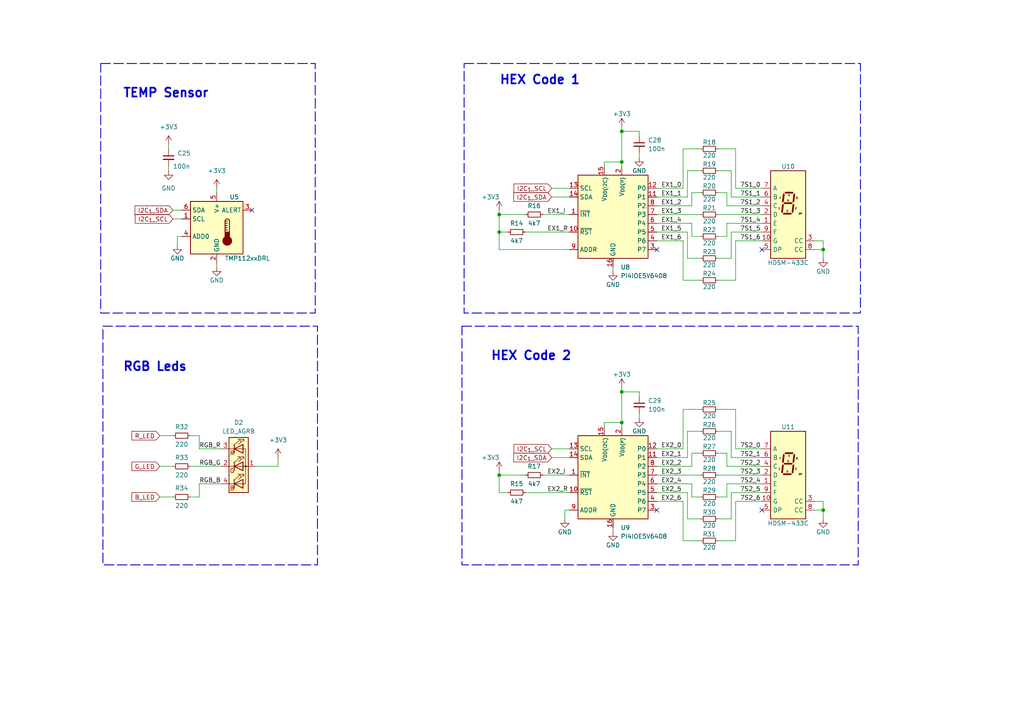
<source format=kicad_sch>
(kicad_sch (version 20231120) (generator "eeschema") (generator_version "8.0")
  (paper "A4")
  (title_block (title "Sensors - Daughter Board") (date "2023-12-08") (rev "1") (company "NYU FSAE"))
  (lib_symbols
    (symbol "Device:C_Small" (pin_numbers hide) (pin_names (offset 0.254) hide)
      (property "Reference" "C" (at 0.254 1.778 0))
      (property "Value" "C_Small" (at 0.254 -2.032 0))
      (symbol "C_Small_0_1"
        (polyline (pts (xy -1.524 -0.508) (xy 1.524 -0.508)) (stroke (width 0.3302)))
        (polyline (pts (xy -1.524 0.508) (xy 1.524 0.508)) (stroke (width 0.3048)))
      )
      (symbol "C_Small_1_1"
        (pin passive line (at 0 2.54 270) (length 2.032) (name "~") (number "1"))
        (pin passive line (at 0 -2.54 90) (length 2.032) (name "~") (number "2"))
      )
    )
    (symbol "Device:LED_AGRB" (pin_names (offset 0) hide)
      (property "Reference" "D" (at 0 9.398 0))
      (property "Value" "LED_AGRB" (at 0 -8.89 0))
      (symbol "LED_AGRB_0_0"
        (text "B" (at -1.905 -6.35 0) (effects (font (size 1.27 1.27))))
        (text "G" (at -1.905 -1.27 0) (effects (font (size 1.27 1.27))))
        (text "R" (at -1.905 3.81 0) (effects (font (size 1.27 1.27))))
      )
      (symbol "LED_AGRB_0_1"
        (polyline (pts (xy -1.27 -5.08) (xy -2.54 -5.08)))
        (polyline (pts (xy -1.27 -5.08) (xy 1.27 -5.08)))
        (polyline (pts (xy -1.27 -3.81) (xy -1.27 -6.35)) (stroke (width 0.254)))
        (polyline (pts (xy -1.27 0) (xy -2.54 0)))
        (polyline (pts (xy -1.27 1.27) (xy -1.27 -1.27)) (stroke (width 0.254)))
        (polyline (pts (xy -1.27 5.08) (xy -2.54 5.08)))
        (polyline (pts (xy -1.27 5.08) (xy 1.27 5.08)))
        (polyline (pts (xy -1.27 6.35) (xy -1.27 3.81)) (stroke (width 0.254)))
        (polyline (pts (xy 1.27 0) (xy -1.27 0)))
        (polyline (pts (xy 1.27 0) (xy 2.54 0)))
        (polyline (pts (xy -1.27 1.27) (xy -1.27 -1.27) (xy -1.27 -1.27)))
        (polyline (pts (xy -1.27 6.35) (xy -1.27 3.81) (xy -1.27 3.81)))
        (polyline (pts (xy 1.27 -5.08) (xy 2.032 -5.08) (xy 2.032 5.08) (xy 1.27 5.08)))
        (polyline (pts (xy 1.27 -3.81) (xy 1.27 -6.35) (xy -1.27 -5.08) (xy 1.27 -3.81)) (stroke (width 0.254)))
        (polyline (pts (xy 1.27 1.27) (xy 1.27 -1.27) (xy -1.27 0) (xy 1.27 1.27)) (stroke (width 0.254)))
        (polyline (pts (xy 1.27 6.35) (xy 1.27 3.81) (xy -1.27 5.08) (xy 1.27 6.35)) (stroke (width 0.254)))
        (polyline (pts (xy -1.016 -3.81) (xy 0.508 -2.286) (xy -0.254 -2.286) (xy 0.508 -2.286) (xy 0.508 -3.048)))
        (polyline (pts (xy -1.016 1.27) (xy 0.508 2.794) (xy -0.254 2.794) (xy 0.508 2.794) (xy 0.508 2.032)))
        (polyline (pts (xy -1.016 6.35) (xy 0.508 7.874) (xy -0.254 7.874) (xy 0.508 7.874) (xy 0.508 7.112)))
        (polyline (pts (xy 0 -3.81) (xy 1.524 -2.286) (xy 0.762 -2.286) (xy 1.524 -2.286) (xy 1.524 -3.048)))
        (polyline (pts (xy 0 1.27) (xy 1.524 2.794) (xy 0.762 2.794) (xy 1.524 2.794) (xy 1.524 2.032)))
        (polyline (pts (xy 0 6.35) (xy 1.524 7.874) (xy 0.762 7.874) (xy 1.524 7.874) (xy 1.524 7.112)))
        (rectangle (start 1.27 -1.27) (end 1.27 1.27))
        (rectangle (start 1.27 1.27) (end 1.27 1.27))
        (rectangle (start 1.27 3.81) (end 1.27 6.35))
        (rectangle (start 1.27 6.35) (end 1.27 6.35))
        (circle (center 2.032 0) (radius 0.254) (fill (type outline)))
        (rectangle (start 2.794 8.382) (end -2.794 -7.62) (stroke (width 0.254)) (fill (type background)))
      )
      (symbol "LED_AGRB_1_1"
        (pin passive line (at 5.08 0 180) (length 2.54) (name "A") (number "1"))
        (pin passive line (at -5.08 0 0) (length 2.54) (name "GK") (number "2"))
        (pin passive line (at -5.08 5.08 0) (length 2.54) (name "RK") (number "3"))
        (pin passive line (at -5.08 -5.08 0) (length 2.54) (name "BK") (number "4"))
      )
    )
    (symbol "Device:R_Small" (pin_numbers hide) (pin_names (offset 0.254) hide)
      (property "Reference" "R" (at 0.762 0.508 0))
      (property "Value" "R_Small" (at 0.762 -1.016 0))
      (symbol "R_Small_0_1"
        (rectangle (start -0.762 1.778) (end 0.762 -1.778) (stroke (width 0.2032)))
      )
      (symbol "R_Small_1_1"
        (pin passive line (at 0 2.54 270) (length 0.762) (name "~") (number "1"))
        (pin passive line (at 0 -2.54 90) (length 0.762) (name "~") (number "2"))
      )
    )
    (symbol "Display_Character:KCSC02-107" (pin_names (offset 0.635))
      (property "Reference" "U" (at -2.54 13.97 0))
      (property "Value" "KCSC02-107" (at 1.27 13.97 0))
      (symbol "KCSC02-107_0_0"
        (text "A" (at 0.254 5.588 0) (effects (font (size 0.508 0.508))))
        (text "B" (at 2.54 4.826 0) (effects (font (size 0.508 0.508))))
        (text "C" (at 2.286 1.778 0) (effects (font (size 0.508 0.508))))
        (text "D" (at -0.254 1.016 0) (effects (font (size 0.508 0.508))))
        (text "DP" (at 3.556 0.254 0) (effects (font (size 0.508 0.508))))
        (text "E" (at -2.54 1.778 0) (effects (font (size 0.508 0.508))))
        (text "F" (at -2.286 4.826 0) (effects (font (size 0.508 0.508))))
        (text "G" (at 0 4.064 0) (effects (font (size 0.508 0.508))))
      )
      (symbol "KCSC02-107_0_1"
        (rectangle (start -5.08 12.7) (end 5.08 -12.7) (stroke (width 0.254)) (fill (type background)))
        (polyline (pts (xy -1.524 2.794) (xy -1.778 0.762)) (stroke (width 0.508)))
        (polyline (pts (xy -1.27 0.254) (xy 0.762 0.254)) (stroke (width 0.508)))
        (polyline (pts (xy -1.27 5.842) (xy -1.524 3.81)) (stroke (width 0.508)))
        (polyline (pts (xy -1.016 3.302) (xy 1.016 3.302)) (stroke (width 0.508)))
        (polyline (pts (xy -0.762 6.35) (xy 1.27 6.35)) (stroke (width 0.508)))
        (polyline (pts (xy 1.524 2.794) (xy 1.27 0.762)) (stroke (width 0.508)))
        (polyline (pts (xy 1.778 5.842) (xy 1.524 3.81)) (stroke (width 0.508)))
        (polyline (pts (xy 2.54 0.254) (xy 2.54 0.254)) (stroke (width 0.508)))
      )
      (symbol "KCSC02-107_1_1"
        (pin input line (at -7.62 -2.54 0) (length 2.54) (name "E") (number "1"))
        (pin input line (at -7.62 -7.62 0) (length 2.54) (name "G") (number "10"))
        (pin input line (at -7.62 0 0) (length 2.54) (name "D") (number "2"))
        (pin input line (at 7.62 -7.62 180) (length 2.54) (name "CC") (number "3"))
        (pin input line (at -7.62 2.54 0) (length 2.54) (name "C") (number "4"))
        (pin input line (at -7.62 -10.16 0) (length 2.54) (name "DP") (number "5"))
        (pin input line (at -7.62 5.08 0) (length 2.54) (name "B") (number "6"))
        (pin input line (at -7.62 7.62 0) (length 2.54) (name "A") (number "7"))
        (pin input line (at 7.62 -10.16 180) (length 2.54) (name "CC") (number "8"))
        (pin input line (at -7.62 -5.08 0) (length 2.54) (name "F") (number "9"))
      )
    )
    (symbol "Sensor_Temperature:TMP112xxDRL"
      (property "Reference" "U" (at -2.54 10.795 0))
      (property "Value" "TMP112xxDRL" (at -2.54 8.89 0))
      (symbol "TMP112xxDRL_0_1"
        (rectangle (start -7.62 7.62) (end 7.62 -7.62) (stroke (width 0.254)) (fill (type background)))
      )
      (symbol "TMP112xxDRL_1_1"
        (polyline (pts (xy 2.413 -0.635) (xy 3.048 -0.635)) (stroke (width 0.254)))
        (polyline (pts (xy 2.413 0) (xy 3.048 0)) (stroke (width 0.254)))
        (polyline (pts (xy 2.413 0.635) (xy 3.048 0.635)) (stroke (width 0.254)))
        (polyline (pts (xy 2.413 1.27) (xy 3.048 1.27)) (stroke (width 0.254)))
        (polyline (pts (xy 2.413 1.905) (xy 2.413 -1.27)) (stroke (width 0.254)))
        (polyline (pts (xy 2.413 1.905) (xy 3.048 1.905)) (stroke (width 0.254)))
        (polyline (pts (xy 3.683 1.905) (xy 3.683 -1.27)) (stroke (width 0.254)))
        (circle (center 3.048 -3.81) (radius 1.27) (stroke (width 0.254)) (fill (type outline)))
        (rectangle (start 3.683 -3.175) (end 2.413 -1.27) (stroke (width 0.254)) (fill (type outline)))
        (arc (start 3.683 1.905) (mid 3.048 2.5373) (end 2.413 1.905) (stroke (width 0.254)))
        (pin input line (at -10.16 2.54 0) (length 2.54) (name "SCL") (number "1"))
        (pin power_in line (at 0 -10.16 90) (length 2.54) (name "GND") (number "2"))
        (pin open_collector line (at 10.16 5.08 180) (length 2.54) (name "ALERT") (number "3"))
        (pin input line (at -10.16 -2.54 0) (length 2.54) (name "ADD0") (number "4"))
        (pin power_in line (at 0 10.16 270) (length 2.54) (name "V+") (number "5"))
        (pin bidirectional line (at -10.16 5.08 0) (length 2.54) (name "SDA") (number "6"))
      )
    )
    (symbol "additional_lib:PI4IOE5V6408"
      (property "Reference" "U" (at 7.62 12.7 0))
      (property "Value" "PI4IOE5V6408" (at 7.62 -12.7 0))
      (symbol "PI4IOE5V6408_1_1"
        (rectangle (start -10.16 12.7) (end 10.16 -11.43) (stroke (width 0.254)) (fill (type background)))
        (pin input line (at -12.7 1.27 0) (length 2.54) (name "~{INT}") (number "1"))
        (pin input line (at -12.7 -3.81 0) (length 2.54) (name "~{RST}") (number "10"))
        (pin input line (at 12.7 6.35 180) (length 2.54) (name "P1") (number "11"))
        (pin input line (at 12.7 8.89 180) (length 2.54) (name "P0") (number "12"))
        (pin input line (at -12.7 8.89 0) (length 2.54) (name "SCL") (number "13"))
        (pin input line (at -12.7 6.35 0) (length 2.54) (name "SDA") (number "14"))
        (pin input line (at -2.54 15.24 270) (length 2.54) (name "V_{DD(I2C)}") (number "15"))
        (pin input line (at 0 -13.97 90) (length 2.54) (name "GND") (number "16"))
        (pin input line (at 2.54 15.24 270) (length 2.54) (name "V_{DD(P)}") (number "2"))
        (pin input line (at 12.7 -8.89 180) (length 2.54) (name "P7") (number "3"))
        (pin input line (at 12.7 -6.35 180) (length 2.54) (name "P6") (number "4"))
        (pin input line (at 12.7 -3.81 180) (length 2.54) (name "P5") (number "5"))
        (pin input line (at 12.7 -1.27 180) (length 2.54) (name "P4") (number "6"))
        (pin input line (at 12.7 1.27 180) (length 2.54) (name "P3") (number "7"))
        (pin input line (at 12.7 3.81 180) (length 2.54) (name "P2") (number "8"))
        (pin input line (at -12.7 -8.89 0) (length 2.54) (name "ADDR") (number "9"))
      )
    )
    (symbol "power:+3V3" (power) (pin_names (offset 0))
      (property "Value" "+3V3" (at 0 3.556 0))
      (symbol "+3V3_0_1"
        (polyline (pts (xy -0.762 1.27) (xy 0 2.54)))
        (polyline (pts (xy 0 0) (xy 0 2.54)))
        (polyline (pts (xy 0 2.54) (xy 0.762 1.27)))
      )
      (symbol "+3V3_1_1"
        (pin power_in line (at 0 0 90) (length 0) hide (name "+3V3") (number "1"))
      )
    )
    (symbol "power:GND" (power) (pin_names (offset 0))
      (property "Value" "GND" (at 0 -3.81 0))
      (symbol "GND_0_1"
        (polyline (pts (xy 0 0) (xy 0 -1.27) (xy 1.27 -1.27) (xy 0 -2.54) (xy -1.27 -1.27) (xy 0 -1.27)))
      )
      (symbol "GND_1_1"
        (pin power_in line (at 0 0 270) (length 0) hide (name "GND") (number "1"))
      )
    )
  )
  (junction (at 180.34 38.1))
  (junction (at 144.78 62.23))
  (junction (at 144.78 67.31))
  (junction (at 180.34 113.665))
  (junction (at 180.34 122.555))
  (junction (at 238.76 147.955))
  (junction (at 144.78 137.795))
  (junction (at 180.34 46.99))
  (junction (at 238.76 72.39))
  (no_connect (at 220.98 72.39))
  (no_connect (at 220.98 147.955))
  (no_connect (at 73.025 60.96))
  (no_connect (at 190.5 72.39))
  (no_connect (at 190.5 147.955))
  (wire (pts (xy 236.22 72.39) (xy 238.76 72.39)))
  (wire (pts (xy 199.39 142.875) (xy 199.39 150.495)))
  (wire (pts (xy 80.645 135.255) (xy 80.645 132.715)))
  (wire (pts (xy 50.165 63.5) (xy 52.705 63.5)))
  (wire (pts (xy 160.02 57.15) (xy 165.1 57.15)))
  (wire (pts (xy 208.28 131.445) (xy 210.82 131.445)))
  (wire (pts (xy 190.5 64.77) (xy 200.66 64.77)))
  (wire (pts (xy 180.34 36.83) (xy 180.34 38.1)))
  (wire (pts (xy 210.82 140.335) (xy 220.98 140.335)))
  (wire (pts (xy 208.28 125.095) (xy 212.09 125.095)))
  (wire (pts (xy 190.5 57.15) (xy 199.39 57.15)))
  (wire (pts (xy 190.5 67.31) (xy 199.39 67.31)))
  (wire (pts (xy 180.34 113.665) (xy 180.34 122.555)))
  (wire (pts (xy 180.34 112.395) (xy 180.34 113.665)))
  (wire (pts (xy 46.355 135.255) (xy 50.165 135.255)))
  (wire (pts (xy 190.5 69.85) (xy 198.12 69.85)))
  (wire (pts (xy 208.28 55.88) (xy 210.82 55.88)))
  (wire (pts (xy 208.28 118.745) (xy 213.36 118.745)))
  (wire (pts (xy 238.76 69.85) (xy 238.76 72.39)))
  (wire (pts (xy 200.66 135.255) (xy 200.66 131.445)))
  (wire (pts (xy 177.8 77.47) (xy 177.8 78.74)))
  (wire (pts (xy 157.48 137.795) (xy 165.1 137.795)))
  (wire (pts (xy 185.42 44.45) (xy 185.42 45.72)))
  (wire (pts (xy 212.09 125.095) (xy 212.09 132.715)))
  (wire (pts (xy 198.12 43.18) (xy 203.2 43.18)))
  (wire (pts (xy 185.42 38.1) (xy 185.42 39.37)))
  (wire (pts (xy 208.28 144.145) (xy 210.82 144.145)))
  (wire (pts (xy 210.82 55.88) (xy 210.82 59.69)))
  (wire (pts (xy 208.28 49.53) (xy 212.09 49.53)))
  (wire (pts (xy 175.26 46.99) (xy 175.26 48.26)))
  (wire (pts (xy 144.78 60.96) (xy 144.78 62.23)))
  (wire (pts (xy 208.28 137.795) (xy 220.98 137.795)))
  (wire (pts (xy 190.5 142.875) (xy 199.39 142.875)))
  (wire (pts (xy 152.4 67.31) (xy 165.1 67.31)))
  (wire (pts (xy 210.82 144.145) (xy 210.82 140.335)))
  (wire (pts (xy 212.09 74.93) (xy 208.28 74.93)))
  (wire (pts (xy 238.76 72.39) (xy 238.76 74.93)))
  (wire (pts (xy 144.78 142.875) (xy 144.78 137.795)))
  (wire (pts (xy 152.4 142.875) (xy 165.1 142.875)))
  (wire (pts (xy 199.39 132.715) (xy 199.39 125.095)))
  (wire (pts (xy 200.66 140.335) (xy 200.66 144.145)))
  (wire (pts (xy 57.785 140.335) (xy 64.135 140.335)))
  (wire (pts (xy 160.02 54.61) (xy 165.1 54.61)))
  (wire (pts (xy 220.98 69.85) (xy 213.36 69.85)))
  (wire (pts (xy 213.36 156.845) (xy 208.28 156.845)))
  (wire (pts (xy 160.02 130.175) (xy 165.1 130.175)))
  (wire (pts (xy 198.12 54.61) (xy 198.12 43.18)))
  (wire (pts (xy 200.66 131.445) (xy 203.2 131.445)))
  (wire (pts (xy 213.36 130.175) (xy 220.98 130.175)))
  (wire (pts (xy 213.36 118.745) (xy 213.36 130.175)))
  (wire (pts (xy 180.34 122.555) (xy 180.34 123.825)))
  (wire (pts (xy 210.82 59.69) (xy 220.98 59.69)))
  (wire (pts (xy 200.66 64.77) (xy 200.66 68.58)))
  (wire (pts (xy 190.5 132.715) (xy 199.39 132.715)))
  (wire (pts (xy 51.435 71.12) (xy 51.435 68.58)))
  (wire (pts (xy 199.39 74.93) (xy 203.2 74.93)))
  (wire (pts (xy 213.36 69.85) (xy 213.36 81.28)))
  (wire (pts (xy 236.22 147.955) (xy 238.76 147.955)))
  (wire (pts (xy 199.39 150.495) (xy 203.2 150.495)))
  (wire (pts (xy 57.785 130.175) (xy 57.785 126.365)))
  (wire (pts (xy 175.26 122.555) (xy 180.34 122.555)))
  (wire (pts (xy 147.32 67.31) (xy 144.78 67.31)))
  (wire (pts (xy 210.82 64.77) (xy 220.98 64.77)))
  (wire (pts (xy 177.8 153.035) (xy 177.8 154.305)))
  (wire (pts (xy 48.895 41.91) (xy 48.895 43.18)))
  (wire (pts (xy 190.5 140.335) (xy 200.66 140.335)))
  (wire (pts (xy 55.245 144.145) (xy 57.785 144.145)))
  (wire (pts (xy 144.78 72.39) (xy 144.78 67.31)))
  (wire (pts (xy 190.5 62.23) (xy 203.2 62.23)))
  (wire (pts (xy 175.26 122.555) (xy 175.26 123.825)))
  (wire (pts (xy 144.78 137.795) (xy 152.4 137.795)))
  (wire (pts (xy 198.12 81.28) (xy 203.2 81.28)))
  (wire (pts (xy 198.12 118.745) (xy 203.2 118.745)))
  (wire (pts (xy 144.78 67.31) (xy 144.78 62.23)))
  (wire (pts (xy 180.34 38.1) (xy 185.42 38.1)))
  (wire (pts (xy 212.09 57.15) (xy 220.98 57.15)))
  (wire (pts (xy 210.82 135.255) (xy 220.98 135.255)))
  (wire (pts (xy 190.5 130.175) (xy 198.12 130.175)))
  (wire (pts (xy 238.76 147.955) (xy 238.76 150.495)))
  (wire (pts (xy 213.36 43.18) (xy 213.36 54.61)))
  (wire (pts (xy 55.245 126.365) (xy 57.785 126.365)))
  (wire (pts (xy 144.78 62.23) (xy 152.4 62.23)))
  (wire (pts (xy 163.83 147.955) (xy 165.1 147.955)))
  (wire (pts (xy 190.5 135.255) (xy 200.66 135.255)))
  (wire (pts (xy 236.22 69.85) (xy 238.76 69.85)))
  (wire (pts (xy 236.22 145.415) (xy 238.76 145.415)))
  (wire (pts (xy 212.09 132.715) (xy 220.98 132.715)))
  (wire (pts (xy 62.865 54.61) (xy 62.865 55.88)))
  (wire (pts (xy 163.83 150.495) (xy 163.83 147.955)))
  (wire (pts (xy 74.295 135.255) (xy 80.645 135.255)))
  (wire (pts (xy 144.78 136.525) (xy 144.78 137.795)))
  (wire (pts (xy 220.98 142.875) (xy 212.09 142.875)))
  (wire (pts (xy 200.66 55.88) (xy 203.2 55.88)))
  (wire (pts (xy 180.34 46.99) (xy 180.34 48.26)))
  (wire (pts (xy 238.76 145.415) (xy 238.76 147.955)))
  (wire (pts (xy 185.42 120.015) (xy 185.42 121.285)))
  (wire (pts (xy 46.355 126.365) (xy 50.165 126.365)))
  (wire (pts (xy 190.5 137.795) (xy 203.2 137.795)))
  (wire (pts (xy 144.78 72.39) (xy 165.1 72.39)))
  (wire (pts (xy 210.82 68.58) (xy 210.82 64.77)))
  (wire (pts (xy 62.865 76.2) (xy 62.865 77.47)))
  (wire (pts (xy 212.09 150.495) (xy 208.28 150.495)))
  (wire (pts (xy 55.245 135.255) (xy 64.135 135.255)))
  (wire (pts (xy 210.82 131.445) (xy 210.82 135.255)))
  (wire (pts (xy 220.98 67.31) (xy 212.09 67.31)))
  (wire (pts (xy 198.12 156.845) (xy 203.2 156.845)))
  (wire (pts (xy 175.26 46.99) (xy 180.34 46.99)))
  (wire (pts (xy 208.28 62.23) (xy 220.98 62.23)))
  (wire (pts (xy 199.39 67.31) (xy 199.39 74.93)))
  (wire (pts (xy 198.12 69.85) (xy 198.12 81.28)))
  (wire (pts (xy 199.39 125.095) (xy 203.2 125.095)))
  (wire (pts (xy 198.12 145.415) (xy 198.12 156.845)))
  (wire (pts (xy 213.36 145.415) (xy 213.36 156.845)))
  (wire (pts (xy 199.39 49.53) (xy 203.2 49.53)))
  (wire (pts (xy 190.5 59.69) (xy 200.66 59.69)))
  (wire (pts (xy 180.34 38.1) (xy 180.34 46.99)))
  (wire (pts (xy 147.32 142.875) (xy 144.78 142.875)))
  (wire (pts (xy 180.34 113.665) (xy 185.42 113.665)))
  (wire (pts (xy 208.28 43.18) (xy 213.36 43.18)))
  (wire (pts (xy 190.5 54.61) (xy 198.12 54.61)))
  (wire (pts (xy 212.09 67.31) (xy 212.09 74.93)))
  (wire (pts (xy 213.36 81.28) (xy 208.28 81.28)))
  (wire (pts (xy 160.02 132.715) (xy 165.1 132.715)))
  (wire (pts (xy 199.39 57.15) (xy 199.39 49.53)))
  (wire (pts (xy 220.98 145.415) (xy 213.36 145.415)))
  (wire (pts (xy 51.435 68.58) (xy 52.705 68.58)))
  (wire (pts (xy 185.42 113.665) (xy 185.42 114.935)))
  (wire (pts (xy 64.135 130.175) (xy 57.785 130.175)))
  (wire (pts (xy 157.48 62.23) (xy 165.1 62.23)))
  (wire (pts (xy 198.12 130.175) (xy 198.12 118.745)))
  (wire (pts (xy 200.66 144.145) (xy 203.2 144.145)))
  (wire (pts (xy 200.66 68.58) (xy 203.2 68.58)))
  (wire (pts (xy 213.36 54.61) (xy 220.98 54.61)))
  (wire (pts (xy 48.895 48.26) (xy 48.895 49.53)))
  (wire (pts (xy 46.355 144.145) (xy 50.165 144.145)))
  (wire (pts (xy 208.28 68.58) (xy 210.82 68.58)))
  (wire (pts (xy 190.5 145.415) (xy 198.12 145.415)))
  (wire (pts (xy 212.09 49.53) (xy 212.09 57.15)))
  (wire (pts (xy 50.165 60.96) (xy 52.705 60.96)))
  (wire (pts (xy 57.785 144.145) (xy 57.785 140.335)))
  (wire (pts (xy 200.66 59.69) (xy 200.66 55.88)))
  (wire (pts (xy 212.09 142.875) (xy 212.09 150.495)))
  (rectangle (start 134.62 18.415) (end 249.555 90.805) (stroke (width 0.254) (type dash)))
  (rectangle (start 29.845 94.615) (end 92.075 163.83) (stroke (width 0.254) (type dash)))
  (rectangle (start 133.985 94.615) (end 248.92 163.83) (stroke (width 0.254) (type dash)))
  (rectangle (start 29.21 18.415) (end 91.44 90.805) (stroke (width 0.254) (type dash)))
  (text "HEX Code 2" (at 142.24 104.775 0) (effects (font (size 2.54 2.54) (bold yes)) (justify left bottom)))
  (text "HEX Code 1" (at 144.78 24.765 0) (effects (font (size 2.54 2.54) (bold yes)) (justify left bottom)))
  (text "RGB Leds" (at 35.56 107.95 0) (effects (font (size 2.54 2.54) (bold yes)) (justify left bottom)))
  (text "TEMP Sensor" (at 35.56 28.575 0) (effects (font (size 2.54 2.54) (bold yes)) (justify left bottom)))
  (label "EX1_I" (at 158.75 62.23 0))
  (label "EX1_R" (at 158.75 67.31 0))
  (label "EX1_6" (at 191.77 69.85 0))
  (label "7S1_2" (at 214.63 59.69 0))
  (label "EX1_4" (at 191.77 64.77 0))
  (label "7S1_6" (at 214.63 69.85 0))
  (label "RGB_R" (at 57.785 130.175 0))
  (label "RGB_B" (at 57.785 140.335 0))
  (label "7S1_3" (at 214.63 62.23 0))
  (label "7S1_1" (at 214.63 57.15 0))
  (label "EX2_4" (at 191.77 140.335 0))
  (label "EX2_2" (at 191.77 135.255 0))
  (label "EX2_0" (at 191.77 130.175 0))
  (label "EX2_1" (at 191.77 132.715 0))
  (label "7S1_4" (at 214.63 64.77 0))
  (label "7S2_5" (at 214.63 142.875 0))
  (label "EX1_2" (at 191.77 59.69 0))
  (label "EX2_5" (at 191.77 142.875 0))
  (label "7S2_3" (at 214.63 137.795 0))
  (label "7S2_6" (at 214.63 145.415 0))
  (label "EX2_R" (at 158.75 142.875 0))
  (label "EX2_I" (at 158.75 137.795 0))
  (label "7S2_2" (at 214.63 135.255 0))
  (label "EX1_1" (at 191.77 57.15 0))
  (label "7S1_5" (at 214.63 67.31 0))
  (label "7S2_0" (at 214.63 130.175 0))
  (label "EX1_5" (at 191.77 67.31 0))
  (label "EX2_6" (at 191.77 145.415 0))
  (label "EX2_3" (at 191.77 137.795 0))
  (label "EX1_0" (at 191.77 54.61 0))
  (label "7S1_0" (at 214.63 54.61 0))
  (label "RGB_G" (at 57.785 135.255 0))
  (label "EX1_3" (at 191.77 62.23 0))
  (label "7S2_1" (at 214.63 132.715 0))
  (label "7S2_4" (at 214.63 140.335 0))
  (global_label "B_LED" (shape input) (at 46.355 144.145 180) (property "Intersheetrefs" "${INTERSHEET_REFS}" (effects (hide yes))))
  (global_label "I2C_{1}_SCL" (shape input) (at 50.165 63.5 180) (property "Intersheetrefs" "${INTERSHEET_REFS}" (effects (hide yes))))
  (global_label "R_LED" (shape input) (at 46.355 126.365 180) (property "Intersheetrefs" "${INTERSHEET_REFS}" (effects (hide yes))))
  (global_label "G_LED" (shape input) (at 46.355 135.255 180) (property "Intersheetrefs" "${INTERSHEET_REFS}" (effects (hide yes))))
  (global_label "I2C_{1}_SCL" (shape input) (at 160.02 54.61 180) (property "Intersheetrefs" "${INTERSHEET_REFS}" (effects (hide yes))))
  (global_label "I2C_{1}_SDA" (shape input) (at 50.165 60.96 180) (property "Intersheetrefs" "${INTERSHEET_REFS}" (effects (hide yes))))
  (global_label "I2C_{1}_SDA" (shape input) (at 160.02 57.15 180) (property "Intersheetrefs" "${INTERSHEET_REFS}" (effects (hide yes))))
  (global_label "I2C_{1}_SCL" (shape input) (at 160.02 130.175 180) (property "Intersheetrefs" "${INTERSHEET_REFS}" (effects (hide yes))))
  (global_label "I2C_{1}_SDA" (shape input) (at 160.02 132.715 180) (property "Intersheetrefs" "${INTERSHEET_REFS}" (effects (hide yes))))
  (symbol (lib_id "Device:R_Small") (at 154.94 62.23 90) (unit 1)
    (property "Reference" "R16" (at 154.94 59.69 90))
    (property "Value" "4k7" (at 154.94 64.77 90))
    (property "Footprint" "Resistor_SMD:R_0402_1005Metric" (effects (hide yes)))
    (property "Digikey" "311-4.7KLRCT-ND" (effects (hide yes)))
    (property "Name" "RC0402FR-074K7L" (effects (hide yes)))
  )
  (symbol (lib_id "power:GND") (at 51.435 71.12 0) (unit 1)
    (property "Reference" "#PWR0129" (effects (hide yes)))
    (property "Value" "GND" (at 51.435 74.93 0))
  )
  (symbol (lib_id "Device:R_Small") (at 205.74 150.495 90) (unit 1)
    (property "Reference" "R30" (at 205.74 148.59 90))
    (property "Value" "220" (at 205.74 152.4 90))
    (property "Footprint" "Resistor_SMD:R_0402_1005Metric" (effects (hide yes)))
    (property "Digikey" "1292-WR04X2200FTLCT-ND" (effects (hide yes)))
    (property "Name" "WR04X2200FTL" (effects (hide yes)))
  )
  (symbol (lib_id "additional_lib:PI4IOE5V6408") (at 177.8 139.065 0) (unit 1)
    (property "Reference" "U9" (at 179.9941 153.035 0) (effects (justify left)))
    (property "Value" "PI4IOE5V6408" (at 179.9941 155.575 0) (effects (justify left)))
    (property "Footprint" "AddProject_footprints:UQFN-16_1.8x2.6mm" (effects (hide yes)))
    (property "Datasheet" "PI4IOE5V6408ZTAEX" (effects (hide yes)))
    (property "Digikey" "PI4IOE5V6408ZTAEXDICT-ND" (effects (hide yes)))
    (property "Name" "PI4IOE5V6408ZTAEX" (effects (hide yes)))
  )
  (symbol (lib_id "Device:R_Small") (at 149.86 67.31 90) (unit 1)
    (property "Reference" "R14" (at 149.86 64.77 90))
    (property "Value" "4k7" (at 149.86 69.85 90))
    (property "Footprint" "Resistor_SMD:R_0402_1005Metric" (effects (hide yes)))
    (property "Digikey" "311-4.7KLRCT-ND" (effects (hide yes)))
    (property "Name" "RC0402FR-074K7L" (effects (hide yes)))
  )
  (symbol (lib_id "power:GND") (at 163.83 150.495 0) (unit 1)
    (property "Reference" "#PWR039" (effects (hide yes)))
    (property "Value" "GND" (at 163.83 154.305 0))
  )
  (symbol (lib_id "Device:C_Small") (at 185.42 117.475 0) (unit 1)
    (property "Reference" "C29" (at 187.96 116.2113 0) (effects (justify left)))
    (property "Value" "100n" (at 187.96 118.7513 0) (effects (justify left)))
    (property "Footprint" "Capacitor_SMD:C_0201_0603Metric" (effects (hide yes)))
    (property "Digikey" "490-5405-1-ND" (effects (hide yes)))
    (property "Name" "GRM033R61A104ME15D" (effects (hide yes)))
  )
  (symbol (lib_id "Device:R_Small") (at 154.94 137.795 90) (unit 1)
    (property "Reference" "R17" (at 154.94 135.255 90))
    (property "Value" "4k7" (at 154.94 140.335 90))
    (property "Footprint" "Resistor_SMD:R_0402_1005Metric" (effects (hide yes)))
    (property "Digikey" "311-4.7KLRCT-ND" (effects (hide yes)))
    (property "Name" "RC0402FR-074K7L" (effects (hide yes)))
  )
  (symbol (lib_id "Device:R_Small") (at 205.74 74.93 90) (unit 1)
    (property "Reference" "R23" (at 205.74 73.025 90))
    (property "Value" "220" (at 205.74 76.835 90))
    (property "Footprint" "Resistor_SMD:R_0402_1005Metric" (effects (hide yes)))
    (property "Digikey" "1292-WR04X2200FTLCT-ND" (effects (hide yes)))
    (property "Name" "WR04X2200FTL" (effects (hide yes)))
  )
  (symbol (lib_id "power:GND") (at 238.76 150.495 0) (unit 1)
    (property "Reference" "#PWR038" (effects (hide yes)))
    (property "Value" "GND" (at 238.76 154.305 0))
  )
  (symbol (lib_id "Device:R_Small") (at 205.74 144.145 90) (unit 1)
    (property "Reference" "R29" (at 205.74 142.24 90))
    (property "Value" "220" (at 205.74 146.05 90))
    (property "Footprint" "Resistor_SMD:R_0402_1005Metric" (effects (hide yes)))
    (property "Digikey" "1292-WR04X2200FTLCT-ND" (effects (hide yes)))
    (property "Name" "WR04X2200FTL" (effects (hide yes)))
  )
  (symbol (lib_id "Device:R_Small") (at 205.74 49.53 90) (unit 1)
    (property "Reference" "R19" (at 205.74 47.625 90))
    (property "Value" "220" (at 205.74 51.435 90))
    (property "Footprint" "Resistor_SMD:R_0402_1005Metric" (effects (hide yes)))
    (property "Digikey" "1292-WR04X2200FTLCT-ND" (effects (hide yes)))
    (property "Name" "WR04X2200FTL" (effects (hide yes)))
  )
  (symbol (lib_id "power:GND") (at 48.895 49.53 0) (unit 1)
    (property "Reference" "#PWR0131" (effects (hide yes)))
    (property "Value" "GND" (at 48.895 54.61 0))
  )
  (symbol (lib_id "power:+3V3") (at 48.895 41.91 0) (unit 1)
    (property "Reference" "#PWR024" (effects (hide yes)))
    (property "Value" "+3V3" (at 48.895 36.83 0))
  )
  (symbol (lib_id "Device:R_Small") (at 205.74 137.795 90) (unit 1)
    (property "Reference" "R28" (at 205.74 135.89 90))
    (property "Value" "220" (at 205.74 139.7 90))
    (property "Footprint" "Resistor_SMD:R_0402_1005Metric" (effects (hide yes)))
    (property "Digikey" "1292-WR04X2200FTLCT-ND" (effects (hide yes)))
    (property "Name" "WR04X2200FTL" (effects (hide yes)))
  )
  (symbol (lib_id "power:+3V3") (at 180.34 36.83 0) (unit 1)
    (property "Reference" "#PWR031" (effects (hide yes)))
    (property "Value" "+3V3" (at 180.34 33.02 0))
  )
  (symbol (lib_id "Device:R_Small") (at 205.74 43.18 90) (unit 1)
    (property "Reference" "R18" (at 205.74 41.275 90))
    (property "Value" "220" (at 205.74 45.085 90))
    (property "Footprint" "Resistor_SMD:R_0402_1005Metric" (effects (hide yes)))
    (property "Digikey" "1292-WR04X2200FTLCT-ND" (effects (hide yes)))
    (property "Name" "WR04X2200FTL" (effects (hide yes)))
  )
  (symbol (lib_id "Device:R_Small") (at 205.74 118.745 90) (unit 1)
    (property "Reference" "R25" (at 205.74 116.84 90))
    (property "Value" "220" (at 205.74 120.65 90))
    (property "Footprint" "Resistor_SMD:R_0402_1005Metric" (effects (hide yes)))
    (property "Digikey" "1292-WR04X2200FTLCT-ND" (effects (hide yes)))
    (property "Name" "WR04X2200FTL" (effects (hide yes)))
  )
  (symbol (lib_id "Device:R_Small") (at 205.74 68.58 90) (unit 1)
    (property "Reference" "R22" (at 205.74 66.675 90))
    (property "Value" "220" (at 205.74 70.485 90))
    (property "Footprint" "Resistor_SMD:R_0402_1005Metric" (effects (hide yes)))
    (property "Digikey" "1292-WR04X2200FTLCT-ND" (effects (hide yes)))
    (property "Name" "WR04X2200FTL" (effects (hide yes)))
  )
  (symbol (lib_id "power:+3V3") (at 62.865 54.61 0) (unit 1)
    (property "Reference" "#PWR026" (effects (hide yes)))
    (property "Value" "+3V3" (at 62.865 49.53 0))
  )
  (symbol (lib_id "power:GND") (at 62.865 77.47 0) (unit 1)
    (property "Reference" "#PWR0130" (effects (hide yes)))
    (property "Value" "GND" (at 62.865 81.28 0))
  )
  (symbol (lib_id "power:+3V3") (at 180.34 112.395 0) (unit 1)
    (property "Reference" "#PWR036" (effects (hide yes)))
    (property "Value" "+3V3" (at 180.34 108.585 0))
  )
  (symbol (lib_id "Device:C_Small") (at 185.42 41.91 0) (unit 1)
    (property "Reference" "C28" (at 187.96 40.6463 0) (effects (justify left)))
    (property "Value" "100n" (at 187.96 43.1863 0) (effects (justify left)))
    (property "Footprint" "Capacitor_SMD:C_0201_0603Metric" (effects (hide yes)))
    (property "Digikey" "490-5405-1-ND" (effects (hide yes)))
    (property "Name" "GRM033R61A104ME15D" (effects (hide yes)))
  )
  (symbol (lib_id "power:+3V3") (at 80.645 132.715 0) (unit 1)
    (property "Reference" "#PWR050" (effects (hide yes)))
    (property "Value" "+3V3" (at 80.645 127.635 0))
  )
  (symbol (lib_id "Device:R_Small") (at 205.74 125.095 90) (unit 1)
    (property "Reference" "R26" (at 205.74 123.19 90))
    (property "Value" "220" (at 205.74 127 90))
    (property "Footprint" "Resistor_SMD:R_0402_1005Metric" (effects (hide yes)))
    (property "Digikey" "1292-WR04X2200FTLCT-ND" (effects (hide yes)))
    (property "Name" "WR04X2200FTL" (effects (hide yes)))
  )
  (symbol (lib_id "Device:R_Small") (at 205.74 55.88 90) (unit 1)
    (property "Reference" "R20" (at 205.74 53.975 90))
    (property "Value" "220" (at 205.74 57.785 90))
    (property "Footprint" "Resistor_SMD:R_0402_1005Metric" (effects (hide yes)))
    (property "Digikey" "1292-WR04X2200FTLCT-ND" (effects (hide yes)))
    (property "Name" "WR04X2200FTL" (effects (hide yes)))
  )
  (symbol (lib_id "Device:R_Small") (at 52.705 135.255 90) (unit 1)
    (property "Reference" "R33" (at 52.705 132.715 90))
    (property "Value" "220" (at 52.705 137.795 90))
    (property "Footprint" "Resistor_SMD:R_0402_1005Metric" (effects (hide yes)))
    (property "Digikey" "1292-WR04X2200FTLCT-ND" (effects (hide yes)))
    (property "Name" "WR04X2200FTL" (effects (hide yes)))
  )
  (symbol (lib_id "power:GND") (at 185.42 45.72 0) (unit 1)
    (property "Reference" "#PWR033" (effects (hide yes)))
    (property "Value" "GND" (at 185.42 49.53 0))
  )
  (symbol (lib_id "power:GND") (at 177.8 78.74 0) (unit 1)
    (property "Reference" "#PWR032" (effects (hide yes)))
    (property "Value" "GND" (at 177.8 82.55 0))
  )
  (symbol (lib_id "Device:R_Small") (at 149.86 142.875 90) (unit 1)
    (property "Reference" "R15" (at 149.86 140.335 90))
    (property "Value" "4k7" (at 149.86 145.415 90))
    (property "Footprint" "Resistor_SMD:R_0402_1005Metric" (effects (hide yes)))
    (property "Digikey" "311-4.7KLRCT-ND" (effects (hide yes)))
    (property "Name" "RC0402FR-074K7L" (effects (hide yes)))
  )
  (symbol (lib_id "power:GND") (at 177.8 154.305 0) (unit 1)
    (property "Reference" "#PWR035" (effects (hide yes)))
    (property "Value" "GND" (at 177.8 158.115 0))
  )
  (symbol (lib_id "Device:R_Small") (at 52.705 126.365 90) (unit 1)
    (property "Reference" "R32" (at 52.705 123.825 90))
    (property "Value" "220" (at 52.705 128.905 90))
    (property "Footprint" "Resistor_SMD:R_0402_1005Metric" (effects (hide yes)))
    (property "Digikey" "1292-WR04X2200FTLCT-ND" (effects (hide yes)))
    (property "Name" "WR04X2200FTL" (effects (hide yes)))
  )
  (symbol (lib_id "Device:R_Small") (at 205.74 131.445 90) (unit 1)
    (property "Reference" "R27" (at 205.74 129.54 90))
    (property "Value" "220" (at 205.74 133.35 90))
    (property "Footprint" "Resistor_SMD:R_0402_1005Metric" (effects (hide yes)))
    (property "Digikey" "1292-WR04X2200FTLCT-ND" (effects (hide yes)))
    (property "Name" "WR04X2200FTL" (effects (hide yes)))
  )
  (symbol (lib_id "Device:R_Small") (at 205.74 156.845 90) (unit 1)
    (property "Reference" "R31" (at 205.74 154.94 90))
    (property "Value" "220" (at 205.74 158.75 90))
    (property "Footprint" "Resistor_SMD:R_0402_1005Metric" (effects (hide yes)))
    (property "Digikey" "1292-WR04X2200FTLCT-ND" (effects (hide yes)))
    (property "Name" "WR04X2200FTL" (effects (hide yes)))
  )
  (symbol (lib_id "additional_lib:PI4IOE5V6408") (at 177.8 63.5 0) (unit 1)
    (property "Reference" "U8" (at 179.9941 77.47 0) (effects (justify left)))
    (property "Value" "PI4IOE5V6408" (at 179.9941 80.01 0) (effects (justify left)))
    (property "Footprint" "AddProject_footprints:UQFN-16_1.8x2.6mm" (effects (hide yes)))
    (property "Datasheet" "PI4IOE5V6408ZTAEX" (effects (hide yes)))
    (property "Digikey" "PI4IOE5V6408ZTAEXDICT-ND" (effects (hide yes)))
    (property "Name" "PI4IOE5V6408ZTAEX" (effects (hide yes)))
  )
  (symbol (lib_id "power:GND") (at 238.76 74.93 0) (unit 1)
    (property "Reference" "#PWR029" (effects (hide yes)))
    (property "Value" "GND" (at 238.76 78.74 0))
  )
  (symbol (lib_id "Device:R_Small") (at 205.74 81.28 90) (unit 1)
    (property "Reference" "R24" (at 205.74 79.375 90))
    (property "Value" "220" (at 205.74 83.185 90))
    (property "Footprint" "Resistor_SMD:R_0402_1005Metric" (effects (hide yes)))
    (property "Digikey" "1292-WR04X2200FTLCT-ND" (effects (hide yes)))
    (property "Name" "WR04X2200FTL" (effects (hide yes)))
  )
  (symbol (lib_id "power:GND") (at 185.42 121.285 0) (unit 1)
    (property "Reference" "#PWR037" (effects (hide yes)))
    (property "Value" "GND" (at 185.42 125.095 0))
  )
  (symbol (lib_id "Sensor_Temperature:TMP112xxDRL") (at 62.865 66.04 0) (unit 1)
    (property "Reference" "U5" (at 67.945 57.15 0))
    (property "Value" "TMP112xxDRL" (at 71.755 74.93 0))
    (property "Footprint" "Package_TO_SOT_SMD:SOT-563" (effects (hide yes)))
    (property "Datasheet" "https://www.ti.com/lit/ds/symlink/tmp112.pdf" (effects (hide yes)))
    (property "Digikey" "296-38578-1-ND" (effects (hide yes)))
    (property "Name" "TMP112AIDRLR" (effects (hide yes)))
  )
  (symbol (lib_id "Display_Character:KCSC02-107") (at 228.6 62.23 0) (unit 1)
    (property "Reference" "U10" (at 228.6 48.26 0))
    (property "Value" "HDSM-433C" (at 228.6 76.2 0))
    (property "Footprint" "AddProject_footprints:HDSM-431X_432X" (effects (hide yes)))
    (property "Datasheet" "http://www.kingbright.com/attachments/file/psearch/000/00/00/KCSC02-106(Ver.10A).pdf" (effects (hide yes)))
    (property "Name" "HDSM-433C" (effects (hide yes)))
    (property "Digikey" "516-3498-1-ND" (effects (hide yes)))
  )
  (symbol (lib_id "power:+3V3") (at 144.78 60.96 0) (unit 1)
    (property "Reference" "#PWR030" (effects (hide yes)))
    (property "Value" "+3V3" (at 142.24 57.15 0))
  )
  (symbol (lib_id "Device:R_Small") (at 52.705 144.145 90) (unit 1)
    (property "Reference" "R34" (at 52.705 141.605 90))
    (property "Value" "220" (at 52.705 146.685 90))
    (property "Footprint" "Resistor_SMD:R_0402_1005Metric" (effects (hide yes)))
    (property "Digikey" "1292-WR04X2200FTLCT-ND" (effects (hide yes)))
    (property "Name" "WR04X2200FTL" (effects (hide yes)))
  )
  (symbol (lib_id "Device:R_Small") (at 205.74 62.23 90) (unit 1)
    (property "Reference" "R21" (at 205.74 60.325 90))
    (property "Value" "220" (at 205.74 64.135 90))
    (property "Footprint" "Resistor_SMD:R_0402_1005Metric" (effects (hide yes)))
    (property "Digikey" "1292-WR04X2200FTLCT-ND" (effects (hide yes)))
    (property "Name" "WR04X2200FTL" (effects (hide yes)))
  )
  (symbol (lib_id "Device:LED_AGRB") (at 69.215 135.255 0) (unit 1)
    (property "Reference" "D2" (at 69.215 122.555 0))
    (property "Value" "LED_AGRB" (at 69.215 125.095 0))
    (property "Footprint" "LED_SMD:LED_ASMB-KTF0-0A306" (effects (hide yes)))
    (property "Name" "ASMB-KTF0-0A306" (effects (hide yes)))
    (property "Digikey" "516-3906-1-ND" (effects (hide yes)))
  )
  (symbol (lib_id "power:+3V3") (at 144.78 136.525 0) (unit 1)
    (property "Reference" "#PWR034" (effects (hide yes)))
    (property "Value" "+3V3" (at 142.24 132.715 0))
  )
  (symbol (lib_id "Device:C_Small") (at 48.895 45.72 0) (unit 1)
    (property "Reference" "C25" (at 51.435 44.4563 0) (effects (justify left)))
    (property "Value" "100n" (at 50.165 48.26 0) (effects (justify left)))
    (property "Footprint" "Capacitor_SMD:C_0201_0603Metric" (effects (hide yes)))
    (property "Digikey" "490-5405-1-ND" (effects (hide yes)))
    (property "Name" "GRM033R61A104ME15D" (effects (hide yes)))
  )
  (symbol (lib_id "Display_Character:KCSC02-107") (at 228.6 137.795 0) (unit 1)
    (property "Reference" "U11" (at 228.6 123.825 0))
    (property "Value" "HDSM-433C" (at 228.6 151.765 0))
    (property "Footprint" "AddProject_footprints:HDSM-431X_432X" (effects (hide yes)))
    (property "Datasheet" "http://www.kingbright.com/attachments/file/psearch/000/00/00/KCSC02-106(Ver.10A).pdf" (effects (hide yes)))
    (property "Name" "HDSM-433C" (effects (hide yes)))
    (property "Digikey" "516-3498-1-ND" (effects (hide yes)))
  )
)
</source>
